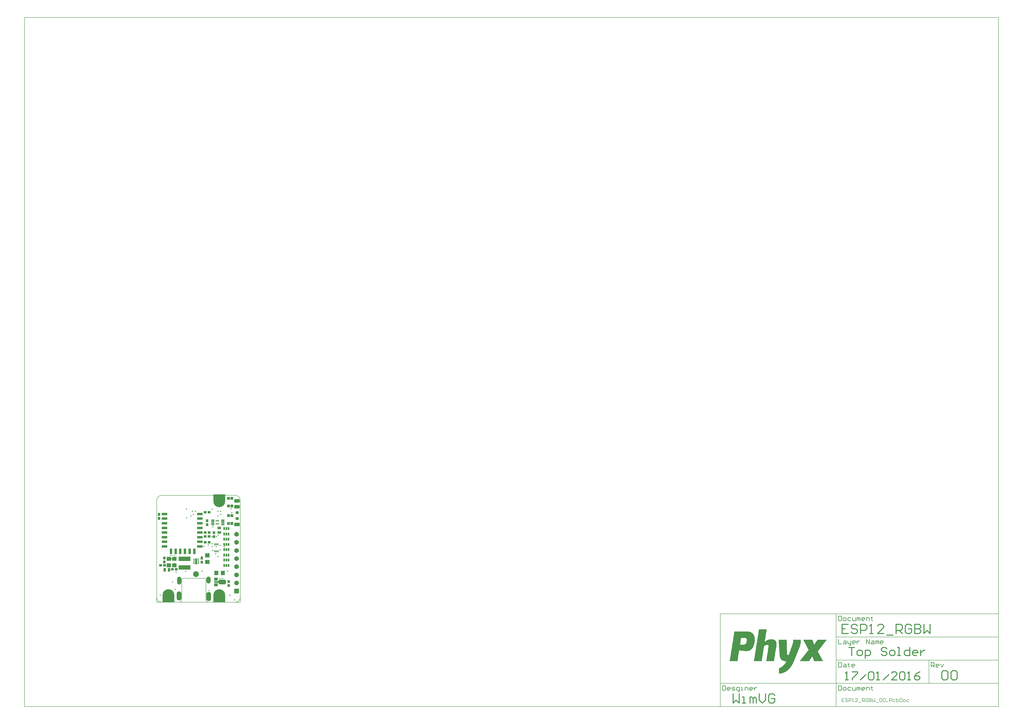
<source format=gts>
G04 Layer_Color=8388736*
%FSLAX25Y25*%
%MOIN*%
G70*
G01*
G75*
%ADD34C,0.00984*%
%ADD35C,0.01575*%
%ADD36C,0.00787*%
%ADD58R,0.20079X0.11811*%
%ADD59R,0.04724X0.04331*%
%ADD60R,0.04331X0.04724*%
%ADD61R,0.01575X0.02756*%
%ADD62R,0.03937X0.06299*%
%ADD63R,0.09252X0.04331*%
%ADD64R,0.04331X0.09252*%
%ADD65R,0.20079X0.07480*%
%ADD66R,0.03701X0.09843*%
%ADD67R,0.02362X0.01378*%
%ADD68R,0.02756X0.04921*%
%ADD69R,0.05906X0.02756*%
%ADD70R,0.07480X0.02756*%
G04:AMPARAMS|DCode=71|XSize=78.74mil|YSize=129.92mil|CornerRadius=0mil|HoleSize=0mil|Usage=FLASHONLY|Rotation=90.000|XOffset=0mil|YOffset=0mil|HoleType=Round|Shape=Octagon|*
%AMOCTAGOND71*
4,1,8,-0.06496,-0.01969,-0.06496,0.01969,-0.04528,0.03937,0.04528,0.03937,0.06496,0.01969,0.06496,-0.01969,0.04528,-0.03937,-0.04528,-0.03937,-0.06496,-0.01969,0.0*
%
%ADD71OCTAGOND71*%

%ADD72R,0.06299X0.03150*%
%ADD73R,0.01772X0.03740*%
%ADD74R,0.05709X0.01969*%
%ADD75R,0.06299X0.03937*%
%ADD76R,0.07480X0.06693*%
%ADD77R,0.06693X0.07480*%
%ADD78R,0.04528X0.04921*%
G04:AMPARAMS|DCode=79|XSize=94.49mil|YSize=62.99mil|CornerRadius=16.73mil|HoleSize=0mil|Usage=FLASHONLY|Rotation=180.000|XOffset=0mil|YOffset=0mil|HoleType=Round|Shape=RoundedRectangle|*
%AMROUNDEDRECTD79*
21,1,0.09449,0.02953,0,0,180.0*
21,1,0.06102,0.06299,0,0,180.0*
1,1,0.03347,-0.03051,0.01476*
1,1,0.03347,0.03051,0.01476*
1,1,0.03347,0.03051,-0.01476*
1,1,0.03347,-0.03051,-0.01476*
%
%ADD79ROUNDEDRECTD79*%
%ADD80C,0.07874*%
%ADD81R,0.07874X0.07874*%
%ADD82O,0.08268X0.15354*%
%ADD83C,0.09843*%
%ADD84O,0.07087X0.13386*%
%ADD85O,0.07087X0.11811*%
%ADD86C,0.20079*%
%ADD87R,0.06299X0.06299*%
%ADD88C,0.05512*%
%ADD89C,0.06299*%
%ADD90C,0.01969*%
G36*
X1093521Y-64032D02*
Y-64318D01*
Y-64605D01*
Y-64891D01*
Y-65177D01*
Y-65464D01*
Y-65750D01*
Y-66036D01*
Y-66322D01*
Y-66609D01*
Y-66895D01*
Y-67181D01*
Y-67468D01*
Y-67754D01*
Y-68040D01*
Y-68327D01*
Y-68613D01*
Y-68899D01*
Y-69186D01*
Y-69472D01*
Y-69758D01*
X1093234D01*
Y-70044D01*
Y-70331D01*
Y-70617D01*
Y-70903D01*
Y-71190D01*
X1092948D01*
Y-71476D01*
Y-71762D01*
Y-72049D01*
Y-72335D01*
X1092662D01*
Y-72621D01*
Y-72908D01*
Y-73194D01*
Y-73480D01*
X1092375D01*
Y-73767D01*
Y-74053D01*
Y-74339D01*
X1092089D01*
Y-74625D01*
Y-74912D01*
Y-75198D01*
X1091803D01*
Y-75485D01*
Y-75771D01*
Y-76057D01*
X1091516D01*
Y-76343D01*
Y-76630D01*
Y-76916D01*
X1091230D01*
Y-77202D01*
Y-77489D01*
X1090944D01*
Y-77775D01*
Y-78061D01*
X1090657D01*
Y-78348D01*
Y-78634D01*
Y-78920D01*
X1090371D01*
Y-79207D01*
Y-79493D01*
X1090085D01*
Y-79779D01*
Y-80066D01*
Y-80352D01*
X1089799D01*
Y-80638D01*
Y-80924D01*
X1089512D01*
Y-81211D01*
Y-81497D01*
Y-81783D01*
X1089226D01*
Y-82070D01*
Y-82356D01*
X1088939D01*
Y-82642D01*
Y-82929D01*
Y-83215D01*
X1088653D01*
Y-83501D01*
Y-83788D01*
X1088367D01*
Y-84074D01*
Y-84360D01*
Y-84646D01*
X1088081D01*
Y-84933D01*
Y-85219D01*
X1087794D01*
Y-85505D01*
Y-85792D01*
Y-86078D01*
X1087508D01*
Y-86364D01*
Y-86651D01*
X1087222D01*
Y-86937D01*
Y-87223D01*
Y-87510D01*
X1086935D01*
Y-87796D01*
Y-88082D01*
X1086649D01*
Y-88369D01*
Y-88655D01*
Y-88941D01*
X1086363D01*
Y-89227D01*
Y-89514D01*
X1086076D01*
Y-89800D01*
Y-90086D01*
Y-90373D01*
X1085790D01*
Y-90659D01*
Y-90945D01*
X1085504D01*
Y-91232D01*
Y-91518D01*
Y-91804D01*
X1085217D01*
Y-92091D01*
Y-92377D01*
X1084931D01*
Y-92663D01*
Y-92950D01*
Y-93236D01*
X1084645D01*
Y-93522D01*
Y-93809D01*
X1084359D01*
Y-94095D01*
Y-94381D01*
Y-94667D01*
X1084072D01*
Y-94954D01*
Y-95240D01*
X1083786D01*
Y-95526D01*
Y-95813D01*
Y-96099D01*
X1083500D01*
Y-96385D01*
Y-96672D01*
X1083213D01*
Y-96958D01*
Y-97244D01*
Y-97531D01*
X1082927D01*
Y-97817D01*
Y-98103D01*
X1082641D01*
Y-98390D01*
Y-98676D01*
Y-98962D01*
X1082354D01*
Y-99248D01*
Y-99535D01*
X1082068D01*
Y-99821D01*
Y-100107D01*
Y-100394D01*
X1081782D01*
Y-100680D01*
Y-100966D01*
X1081495D01*
Y-101253D01*
Y-101539D01*
X1081209D01*
Y-101825D01*
Y-102112D01*
X1080923D01*
Y-102398D01*
Y-102684D01*
Y-102971D01*
X1080637D01*
Y-103257D01*
X1080350D01*
Y-103543D01*
Y-103829D01*
Y-104116D01*
X1080064D01*
Y-104402D01*
X1079778D01*
Y-104688D01*
Y-104975D01*
X1079491D01*
Y-105261D01*
Y-105547D01*
X1079205D01*
Y-105834D01*
Y-106120D01*
X1078919D01*
Y-106406D01*
Y-106693D01*
X1078632D01*
Y-106979D01*
X1078346D01*
Y-107265D01*
Y-107552D01*
X1078060D01*
Y-107838D01*
Y-108124D01*
X1077773D01*
Y-108410D01*
X1077487D01*
Y-108697D01*
X1077201D01*
Y-108983D01*
Y-109269D01*
X1076914D01*
Y-109556D01*
X1076628D01*
Y-109842D01*
Y-110128D01*
X1076342D01*
Y-110415D01*
X1076056D01*
Y-110701D01*
X1075769D01*
Y-110987D01*
Y-111274D01*
X1075483D01*
Y-111560D01*
X1075196D01*
Y-111846D01*
X1074910D01*
Y-112133D01*
X1074624D01*
Y-112419D01*
X1074338D01*
Y-112705D01*
Y-112991D01*
X1074051D01*
Y-113278D01*
X1073765D01*
Y-113564D01*
X1073479D01*
Y-113850D01*
X1073192D01*
Y-114137D01*
X1072906D01*
Y-114423D01*
X1072620D01*
Y-114709D01*
X1072333D01*
Y-114996D01*
X1071761D01*
Y-115282D01*
X1071474D01*
Y-115568D01*
X1071188D01*
Y-115855D01*
X1070902D01*
Y-116141D01*
X1070615D01*
Y-116427D01*
X1070043D01*
Y-116714D01*
X1069757D01*
Y-117000D01*
X1069184D01*
Y-117286D01*
X1068898D01*
Y-117572D01*
X1068325D01*
Y-117859D01*
X1068039D01*
Y-118145D01*
X1067466D01*
Y-118431D01*
X1066893D01*
Y-118718D01*
X1066321D01*
Y-119004D01*
X1065748D01*
Y-119290D01*
X1065176D01*
Y-119577D01*
X1064317D01*
Y-119863D01*
X1063744D01*
Y-120149D01*
X1062885D01*
Y-120436D01*
X1061740D01*
Y-120722D01*
X1060595D01*
Y-121008D01*
X1058877D01*
Y-121294D01*
X1056872D01*
Y-121581D01*
X1056586D01*
Y-121294D01*
Y-121008D01*
Y-120722D01*
Y-120436D01*
Y-120149D01*
Y-119863D01*
Y-119577D01*
Y-119290D01*
Y-119004D01*
Y-118718D01*
Y-118431D01*
Y-118145D01*
Y-117859D01*
Y-117572D01*
Y-117286D01*
Y-117000D01*
Y-116714D01*
Y-116427D01*
Y-116141D01*
Y-115855D01*
Y-115568D01*
Y-115282D01*
Y-114996D01*
Y-114709D01*
Y-114423D01*
Y-114137D01*
Y-113850D01*
Y-113564D01*
Y-113278D01*
Y-112991D01*
Y-112705D01*
Y-112419D01*
Y-112133D01*
X1057159D01*
Y-111846D01*
X1057731D01*
Y-111560D01*
X1058304D01*
Y-111274D01*
X1058877D01*
Y-110987D01*
X1059449D01*
Y-110701D01*
X1060022D01*
Y-110415D01*
X1060308D01*
Y-110128D01*
X1060881D01*
Y-109842D01*
X1061167D01*
Y-109556D01*
X1061740D01*
Y-109269D01*
X1062026D01*
Y-108983D01*
X1062312D01*
Y-108697D01*
X1062885D01*
Y-108410D01*
X1063171D01*
Y-108124D01*
X1063458D01*
Y-107838D01*
X1063744D01*
Y-107552D01*
X1064030D01*
Y-107265D01*
X1064317D01*
Y-106979D01*
X1064603D01*
Y-106693D01*
X1064889D01*
Y-106406D01*
X1065176D01*
Y-106120D01*
X1065462D01*
Y-105834D01*
X1065748D01*
Y-105547D01*
X1066035D01*
Y-105261D01*
Y-104975D01*
X1066321D01*
Y-104688D01*
X1066607D01*
Y-104402D01*
X1066893D01*
Y-104116D01*
Y-103829D01*
X1067180D01*
Y-103543D01*
X1067466D01*
Y-103257D01*
Y-102971D01*
X1067752D01*
Y-102684D01*
Y-102398D01*
X1068039D01*
Y-102112D01*
X1068325D01*
Y-101825D01*
Y-101539D01*
X1068611D01*
Y-101253D01*
Y-100966D01*
X1068898D01*
Y-100680D01*
Y-100394D01*
X1067180D01*
Y-100107D01*
X1065176D01*
Y-99821D01*
X1064030D01*
Y-99535D01*
X1063458D01*
Y-99248D01*
X1062599D01*
Y-98962D01*
X1062026D01*
Y-98676D01*
X1061740D01*
Y-98390D01*
X1061167D01*
Y-98103D01*
X1060881D01*
Y-97817D01*
X1060595D01*
Y-97531D01*
X1060308D01*
Y-97244D01*
X1060022D01*
Y-96958D01*
X1059736D01*
Y-96672D01*
Y-96385D01*
X1059449D01*
Y-96099D01*
X1059163D01*
Y-95813D01*
Y-95526D01*
X1058877D01*
Y-95240D01*
Y-94954D01*
X1058590D01*
Y-94667D01*
Y-94381D01*
X1058304D01*
Y-94095D01*
Y-93809D01*
Y-93522D01*
X1058018D01*
Y-93236D01*
Y-92950D01*
Y-92663D01*
Y-92377D01*
X1057731D01*
Y-92091D01*
Y-91804D01*
Y-91518D01*
Y-91232D01*
Y-90945D01*
Y-90659D01*
Y-90373D01*
X1057445D01*
Y-90086D01*
Y-89800D01*
Y-89514D01*
Y-89227D01*
Y-88941D01*
Y-88655D01*
Y-88369D01*
Y-88082D01*
Y-87796D01*
Y-87510D01*
Y-87223D01*
Y-86937D01*
Y-86651D01*
Y-86364D01*
Y-86078D01*
X1057159D01*
Y-85792D01*
Y-85505D01*
Y-85219D01*
Y-84933D01*
Y-84646D01*
Y-84360D01*
Y-84074D01*
Y-83788D01*
Y-83501D01*
Y-83215D01*
Y-82929D01*
Y-82642D01*
Y-82356D01*
Y-82070D01*
Y-81783D01*
X1056872D01*
Y-81497D01*
Y-81211D01*
Y-80924D01*
Y-80638D01*
Y-80352D01*
Y-80066D01*
Y-79779D01*
Y-79493D01*
Y-79207D01*
Y-78920D01*
Y-78634D01*
Y-78348D01*
Y-78061D01*
Y-77775D01*
Y-77489D01*
Y-77202D01*
X1056586D01*
Y-76916D01*
Y-76630D01*
Y-76343D01*
Y-76057D01*
Y-75771D01*
Y-75485D01*
Y-75198D01*
Y-74912D01*
Y-74625D01*
Y-74339D01*
Y-74053D01*
Y-73767D01*
Y-73480D01*
Y-73194D01*
Y-72908D01*
Y-72621D01*
X1056300D01*
Y-72335D01*
Y-72049D01*
Y-71762D01*
Y-71476D01*
Y-71190D01*
Y-70903D01*
Y-70617D01*
Y-70331D01*
Y-70044D01*
Y-69758D01*
Y-69472D01*
Y-69186D01*
Y-68899D01*
Y-68613D01*
X1056014D01*
Y-68327D01*
Y-68040D01*
Y-67754D01*
Y-67468D01*
Y-67181D01*
Y-66895D01*
Y-66609D01*
Y-66322D01*
Y-66036D01*
Y-65750D01*
Y-65464D01*
Y-65177D01*
Y-64891D01*
Y-64605D01*
Y-64318D01*
Y-64032D01*
X1055727D01*
Y-63746D01*
X1069470D01*
Y-64032D01*
Y-64318D01*
Y-64605D01*
Y-64891D01*
Y-65177D01*
Y-65464D01*
Y-65750D01*
Y-66036D01*
Y-66322D01*
Y-66609D01*
Y-66895D01*
Y-67181D01*
Y-67468D01*
Y-67754D01*
X1069757D01*
Y-68040D01*
Y-68327D01*
Y-68613D01*
Y-68899D01*
Y-69186D01*
Y-69472D01*
Y-69758D01*
Y-70044D01*
Y-70331D01*
Y-70617D01*
Y-70903D01*
Y-71190D01*
Y-71476D01*
Y-71762D01*
Y-72049D01*
Y-72335D01*
Y-72621D01*
Y-72908D01*
Y-73194D01*
Y-73480D01*
Y-73767D01*
Y-74053D01*
Y-74339D01*
Y-74625D01*
Y-74912D01*
Y-75198D01*
Y-75485D01*
Y-75771D01*
Y-76057D01*
Y-76343D01*
Y-76630D01*
Y-76916D01*
Y-77202D01*
Y-77489D01*
Y-77775D01*
Y-78061D01*
Y-78348D01*
Y-78634D01*
Y-78920D01*
Y-79207D01*
Y-79493D01*
X1070043D01*
Y-79779D01*
X1069757D01*
Y-80066D01*
Y-80352D01*
X1070043D01*
Y-80638D01*
Y-80924D01*
Y-81211D01*
Y-81497D01*
Y-81783D01*
Y-82070D01*
Y-82356D01*
Y-82642D01*
Y-82929D01*
Y-83215D01*
Y-83501D01*
Y-83788D01*
Y-84074D01*
Y-84360D01*
Y-84646D01*
Y-84933D01*
Y-85219D01*
Y-85505D01*
Y-85792D01*
Y-86078D01*
Y-86364D01*
Y-86651D01*
Y-86937D01*
Y-87223D01*
Y-87510D01*
Y-87796D01*
X1070329D01*
Y-88082D01*
Y-88369D01*
Y-88655D01*
X1070615D01*
Y-88941D01*
X1070902D01*
Y-89227D01*
X1071188D01*
Y-89514D01*
X1072047D01*
Y-89800D01*
X1072906D01*
Y-89514D01*
X1073192D01*
Y-89227D01*
Y-88941D01*
Y-88655D01*
X1073479D01*
Y-88369D01*
Y-88082D01*
X1073765D01*
Y-87796D01*
Y-87510D01*
Y-87223D01*
X1074051D01*
Y-86937D01*
Y-86651D01*
Y-86364D01*
X1074338D01*
Y-86078D01*
Y-85792D01*
Y-85505D01*
X1074624D01*
Y-85219D01*
Y-84933D01*
Y-84646D01*
X1074910D01*
Y-84360D01*
Y-84074D01*
X1075196D01*
Y-83788D01*
Y-83501D01*
Y-83215D01*
X1075483D01*
Y-82929D01*
Y-82642D01*
Y-82356D01*
X1075769D01*
Y-82070D01*
Y-81783D01*
Y-81497D01*
X1076056D01*
Y-81211D01*
Y-80924D01*
X1076342D01*
Y-80638D01*
Y-80352D01*
Y-80066D01*
X1076628D01*
Y-79779D01*
Y-79493D01*
Y-79207D01*
X1076914D01*
Y-78920D01*
Y-78634D01*
Y-78348D01*
X1077201D01*
Y-78061D01*
Y-77775D01*
X1077487D01*
Y-77489D01*
Y-77202D01*
Y-76916D01*
X1077773D01*
Y-76630D01*
Y-76343D01*
Y-76057D01*
X1078060D01*
Y-75771D01*
Y-75485D01*
Y-75198D01*
X1078346D01*
Y-74912D01*
Y-74625D01*
X1078632D01*
Y-74339D01*
Y-74053D01*
Y-73767D01*
X1078919D01*
Y-73480D01*
Y-73194D01*
Y-72908D01*
X1079205D01*
Y-72621D01*
Y-72335D01*
Y-72049D01*
X1079491D01*
Y-71762D01*
Y-71476D01*
Y-71190D01*
Y-70903D01*
X1079778D01*
Y-70617D01*
Y-70331D01*
Y-70044D01*
Y-69758D01*
X1080064D01*
Y-69472D01*
Y-69186D01*
Y-68899D01*
Y-68613D01*
Y-68327D01*
X1080350D01*
Y-68040D01*
Y-67754D01*
Y-67468D01*
Y-67181D01*
Y-66895D01*
Y-66609D01*
X1080637D01*
Y-66322D01*
Y-66036D01*
Y-65750D01*
Y-65464D01*
Y-65177D01*
Y-64891D01*
Y-64605D01*
Y-64318D01*
Y-64032D01*
Y-63746D01*
X1093521D01*
Y-64032D01*
D02*
G37*
G36*
X1035685Y-46567D02*
Y-46853D01*
X1035399D01*
Y-47139D01*
Y-47426D01*
Y-47712D01*
Y-47998D01*
Y-48285D01*
Y-48571D01*
X1035113D01*
Y-48857D01*
Y-49144D01*
Y-49430D01*
Y-49716D01*
Y-50003D01*
Y-50289D01*
X1034826D01*
Y-50575D01*
Y-50862D01*
Y-51148D01*
Y-51434D01*
Y-51720D01*
Y-52007D01*
Y-52293D01*
X1034540D01*
Y-52579D01*
Y-52866D01*
Y-53152D01*
Y-53438D01*
Y-53725D01*
Y-54011D01*
X1034254D01*
Y-54297D01*
Y-54584D01*
Y-54870D01*
Y-55156D01*
Y-55443D01*
Y-55729D01*
X1033967D01*
Y-56015D01*
Y-56301D01*
Y-56588D01*
Y-56874D01*
Y-57161D01*
Y-57447D01*
Y-57733D01*
X1033681D01*
Y-58019D01*
Y-58306D01*
Y-58592D01*
Y-58878D01*
Y-59165D01*
Y-59451D01*
X1033395D01*
Y-59737D01*
Y-60024D01*
Y-60310D01*
Y-60596D01*
Y-60883D01*
Y-61169D01*
X1033109D01*
Y-61455D01*
Y-61742D01*
Y-62028D01*
Y-62314D01*
Y-62600D01*
Y-62887D01*
X1032822D01*
Y-63173D01*
Y-63459D01*
Y-63746D01*
Y-64032D01*
Y-64318D01*
Y-64605D01*
Y-64891D01*
X1032536D01*
Y-65177D01*
Y-65464D01*
Y-65750D01*
Y-66036D01*
Y-66322D01*
Y-66609D01*
X1032250D01*
Y-66895D01*
Y-67181D01*
X1032822D01*
Y-66895D01*
X1033109D01*
Y-66609D01*
X1033395D01*
Y-66322D01*
X1033967D01*
Y-66036D01*
X1034254D01*
Y-65750D01*
X1034540D01*
Y-65464D01*
X1035113D01*
Y-65177D01*
X1035685D01*
Y-64891D01*
X1035972D01*
Y-64605D01*
X1036544D01*
Y-64318D01*
X1037403D01*
Y-64032D01*
X1037976D01*
Y-63746D01*
X1038835D01*
Y-63459D01*
X1040266D01*
Y-63173D01*
X1046565D01*
Y-63459D01*
X1047711D01*
Y-63746D01*
X1048569D01*
Y-64032D01*
X1049142D01*
Y-64318D01*
X1049428D01*
Y-64605D01*
X1050001D01*
Y-64891D01*
X1050287D01*
Y-65177D01*
X1050574D01*
Y-65464D01*
X1050860D01*
Y-65750D01*
X1051146D01*
Y-66036D01*
Y-66322D01*
X1051433D01*
Y-66609D01*
Y-66895D01*
X1051719D01*
Y-67181D01*
Y-67468D01*
Y-67754D01*
X1052005D01*
Y-68040D01*
Y-68327D01*
Y-68613D01*
Y-68899D01*
X1052291D01*
Y-69186D01*
Y-69472D01*
Y-69758D01*
Y-70044D01*
Y-70331D01*
Y-70617D01*
Y-70903D01*
Y-71190D01*
Y-71476D01*
Y-71762D01*
Y-72049D01*
Y-72335D01*
Y-72621D01*
Y-72908D01*
Y-73194D01*
Y-73480D01*
Y-73767D01*
Y-74053D01*
X1052005D01*
Y-74339D01*
Y-74625D01*
Y-74912D01*
Y-75198D01*
Y-75485D01*
Y-75771D01*
Y-76057D01*
X1051719D01*
Y-76343D01*
Y-76630D01*
Y-76916D01*
Y-77202D01*
Y-77489D01*
Y-77775D01*
Y-78061D01*
X1051433D01*
Y-78348D01*
Y-78634D01*
Y-78920D01*
Y-79207D01*
Y-79493D01*
Y-79779D01*
X1051146D01*
Y-80066D01*
Y-80352D01*
Y-80638D01*
Y-80924D01*
Y-81211D01*
Y-81497D01*
X1050860D01*
Y-81783D01*
Y-82070D01*
Y-82356D01*
Y-82642D01*
Y-82929D01*
Y-83215D01*
X1050574D01*
Y-83501D01*
Y-83788D01*
Y-84074D01*
Y-84360D01*
Y-84646D01*
Y-84933D01*
Y-85219D01*
X1050287D01*
Y-85505D01*
Y-85792D01*
Y-86078D01*
Y-86364D01*
Y-86651D01*
Y-86937D01*
X1050001D01*
Y-87223D01*
Y-87510D01*
Y-87796D01*
Y-88082D01*
Y-88369D01*
Y-88655D01*
X1049715D01*
Y-88941D01*
Y-89227D01*
Y-89514D01*
Y-89800D01*
Y-90086D01*
Y-90373D01*
Y-90659D01*
X1049428D01*
Y-90945D01*
Y-91232D01*
Y-91518D01*
Y-91804D01*
Y-92091D01*
Y-92377D01*
X1049142D01*
Y-92663D01*
Y-92950D01*
Y-93236D01*
Y-93522D01*
Y-93809D01*
Y-94095D01*
X1048856D01*
Y-94381D01*
Y-94667D01*
Y-94954D01*
Y-95240D01*
Y-95526D01*
Y-95813D01*
X1048569D01*
Y-96099D01*
Y-96385D01*
Y-96672D01*
Y-96958D01*
Y-97244D01*
Y-97531D01*
Y-97817D01*
X1048283D01*
Y-98103D01*
Y-98390D01*
Y-98676D01*
Y-98962D01*
Y-99248D01*
Y-99535D01*
X1047997D01*
Y-99821D01*
Y-100107D01*
X1034826D01*
Y-99821D01*
Y-99535D01*
X1035113D01*
Y-99248D01*
Y-98962D01*
Y-98676D01*
Y-98390D01*
Y-98103D01*
Y-97817D01*
X1035399D01*
Y-97531D01*
Y-97244D01*
Y-96958D01*
Y-96672D01*
Y-96385D01*
Y-96099D01*
Y-95813D01*
X1035685D01*
Y-95526D01*
Y-95240D01*
Y-94954D01*
Y-94667D01*
Y-94381D01*
Y-94095D01*
X1035972D01*
Y-93809D01*
Y-93522D01*
Y-93236D01*
Y-92950D01*
Y-92663D01*
Y-92377D01*
X1036258D01*
Y-92091D01*
Y-91804D01*
Y-91518D01*
Y-91232D01*
Y-90945D01*
Y-90659D01*
Y-90373D01*
X1036544D01*
Y-90086D01*
Y-89800D01*
Y-89514D01*
Y-89227D01*
Y-88941D01*
Y-88655D01*
X1036831D01*
Y-88369D01*
Y-88082D01*
Y-87796D01*
Y-87510D01*
Y-87223D01*
Y-86937D01*
Y-86651D01*
X1037117D01*
Y-86364D01*
Y-86078D01*
Y-85792D01*
Y-85505D01*
Y-85219D01*
Y-84933D01*
X1037403D01*
Y-84646D01*
Y-84360D01*
Y-84074D01*
Y-83788D01*
Y-83501D01*
Y-83215D01*
X1037689D01*
Y-82929D01*
Y-82642D01*
Y-82356D01*
Y-82070D01*
Y-81783D01*
Y-81497D01*
X1037976D01*
Y-81211D01*
Y-80924D01*
Y-80638D01*
Y-80352D01*
Y-80066D01*
Y-79779D01*
Y-79493D01*
X1038262D01*
Y-79207D01*
Y-78920D01*
Y-78634D01*
Y-78348D01*
Y-78061D01*
Y-77775D01*
X1038548D01*
Y-77489D01*
Y-77202D01*
Y-76916D01*
Y-76630D01*
Y-76343D01*
Y-76057D01*
Y-75771D01*
X1038835D01*
Y-75485D01*
Y-75198D01*
Y-74912D01*
Y-74625D01*
Y-74339D01*
Y-74053D01*
X1038548D01*
Y-73767D01*
Y-73480D01*
X1038262D01*
Y-73194D01*
X1037976D01*
Y-72908D01*
X1037403D01*
Y-72621D01*
X1035685D01*
Y-72908D01*
X1034254D01*
Y-73194D01*
X1033395D01*
Y-73480D01*
X1032822D01*
Y-73767D01*
X1032536D01*
Y-74053D01*
X1031963D01*
Y-74339D01*
X1031677D01*
Y-74625D01*
X1031391D01*
Y-74912D01*
Y-75198D01*
X1031104D01*
Y-75485D01*
Y-75771D01*
Y-76057D01*
X1030818D01*
Y-76343D01*
Y-76630D01*
Y-76916D01*
Y-77202D01*
Y-77489D01*
Y-77775D01*
X1030532D01*
Y-78061D01*
Y-78348D01*
Y-78634D01*
Y-78920D01*
Y-79207D01*
Y-79493D01*
Y-79779D01*
X1030245D01*
Y-80066D01*
Y-80352D01*
Y-80638D01*
Y-80924D01*
Y-81211D01*
Y-81497D01*
X1029959D01*
Y-81783D01*
Y-82070D01*
Y-82356D01*
Y-82642D01*
Y-82929D01*
Y-83215D01*
X1029673D01*
Y-83501D01*
Y-83788D01*
Y-84074D01*
Y-84360D01*
Y-84646D01*
Y-84933D01*
X1029387D01*
Y-85219D01*
Y-85505D01*
Y-85792D01*
Y-86078D01*
Y-86364D01*
Y-86651D01*
Y-86937D01*
X1029100D01*
Y-87223D01*
Y-87510D01*
Y-87796D01*
Y-88082D01*
Y-88369D01*
Y-88655D01*
X1028814D01*
Y-88941D01*
Y-89227D01*
Y-89514D01*
Y-89800D01*
Y-90086D01*
Y-90373D01*
X1028528D01*
Y-90659D01*
Y-90945D01*
Y-91232D01*
Y-91518D01*
Y-91804D01*
Y-92091D01*
Y-92377D01*
X1028241D01*
Y-92663D01*
Y-92950D01*
Y-93236D01*
Y-93522D01*
Y-93809D01*
Y-94095D01*
X1027955D01*
Y-94381D01*
Y-94667D01*
Y-94954D01*
Y-95240D01*
Y-95526D01*
Y-95813D01*
X1027669D01*
Y-96099D01*
Y-96385D01*
Y-96672D01*
Y-96958D01*
Y-97244D01*
Y-97531D01*
X1027382D01*
Y-97817D01*
Y-98103D01*
Y-98390D01*
Y-98676D01*
Y-98962D01*
Y-99248D01*
Y-99535D01*
X1027096D01*
Y-99821D01*
Y-100107D01*
X1013926D01*
Y-99821D01*
Y-99535D01*
X1014212D01*
Y-99248D01*
Y-98962D01*
Y-98676D01*
Y-98390D01*
Y-98103D01*
Y-97817D01*
Y-97531D01*
X1014498D01*
Y-97244D01*
Y-96958D01*
Y-96672D01*
Y-96385D01*
Y-96099D01*
Y-95813D01*
X1014785D01*
Y-95526D01*
Y-95240D01*
Y-94954D01*
Y-94667D01*
Y-94381D01*
Y-94095D01*
X1015071D01*
Y-93809D01*
Y-93522D01*
Y-93236D01*
Y-92950D01*
Y-92663D01*
Y-92377D01*
Y-92091D01*
X1015357D01*
Y-91804D01*
Y-91518D01*
Y-91232D01*
Y-90945D01*
Y-90659D01*
Y-90373D01*
X1015643D01*
Y-90086D01*
Y-89800D01*
Y-89514D01*
Y-89227D01*
Y-88941D01*
Y-88655D01*
X1015930D01*
Y-88369D01*
Y-88082D01*
Y-87796D01*
Y-87510D01*
Y-87223D01*
Y-86937D01*
X1016216D01*
Y-86651D01*
Y-86364D01*
Y-86078D01*
Y-85792D01*
Y-85505D01*
Y-85219D01*
Y-84933D01*
X1016502D01*
Y-84646D01*
Y-84360D01*
Y-84074D01*
Y-83788D01*
Y-83501D01*
Y-83215D01*
X1016789D01*
Y-82929D01*
Y-82642D01*
Y-82356D01*
Y-82070D01*
Y-81783D01*
Y-81497D01*
X1017075D01*
Y-81211D01*
Y-80924D01*
Y-80638D01*
Y-80352D01*
Y-80066D01*
Y-79779D01*
Y-79493D01*
X1017361D01*
Y-79207D01*
Y-78920D01*
Y-78634D01*
Y-78348D01*
Y-78061D01*
Y-77775D01*
X1017648D01*
Y-77489D01*
Y-77202D01*
Y-76916D01*
Y-76630D01*
Y-76343D01*
Y-76057D01*
X1017934D01*
Y-75771D01*
Y-75485D01*
Y-75198D01*
Y-74912D01*
Y-74625D01*
Y-74339D01*
X1018220D01*
Y-74053D01*
Y-73767D01*
Y-73480D01*
Y-73194D01*
Y-72908D01*
Y-72621D01*
Y-72335D01*
X1018507D01*
Y-72049D01*
Y-71762D01*
Y-71476D01*
Y-71190D01*
Y-70903D01*
Y-70617D01*
X1018793D01*
Y-70331D01*
Y-70044D01*
Y-69758D01*
Y-69472D01*
Y-69186D01*
Y-68899D01*
X1019079D01*
Y-68613D01*
Y-68327D01*
Y-68040D01*
Y-67754D01*
Y-67468D01*
Y-67181D01*
X1019366D01*
Y-66895D01*
Y-66609D01*
Y-66322D01*
Y-66036D01*
Y-65750D01*
Y-65464D01*
Y-65177D01*
X1019652D01*
Y-64891D01*
Y-64605D01*
Y-64318D01*
Y-64032D01*
Y-63746D01*
Y-63459D01*
X1019938D01*
Y-63173D01*
Y-62887D01*
Y-62600D01*
Y-62314D01*
Y-62028D01*
Y-61742D01*
X1020224D01*
Y-61455D01*
Y-61169D01*
Y-60883D01*
Y-60596D01*
Y-60310D01*
Y-60024D01*
Y-59737D01*
X1020511D01*
Y-59451D01*
Y-59165D01*
Y-58878D01*
Y-58592D01*
Y-58306D01*
Y-58019D01*
X1020797D01*
Y-57733D01*
Y-57447D01*
Y-57161D01*
Y-56874D01*
Y-56588D01*
Y-56301D01*
X1021083D01*
Y-56015D01*
Y-55729D01*
Y-55443D01*
Y-55156D01*
Y-54870D01*
Y-54584D01*
X1021370D01*
Y-54297D01*
Y-54011D01*
Y-53725D01*
Y-53438D01*
Y-53152D01*
Y-52866D01*
Y-52579D01*
X1021656D01*
Y-52293D01*
Y-52007D01*
Y-51720D01*
Y-51434D01*
Y-51148D01*
Y-50862D01*
X1021942D01*
Y-50575D01*
Y-50289D01*
Y-50003D01*
Y-49716D01*
Y-49430D01*
Y-49144D01*
X1022229D01*
Y-48857D01*
Y-48571D01*
Y-48285D01*
Y-47998D01*
Y-47712D01*
Y-47426D01*
Y-47139D01*
X1022515D01*
Y-46853D01*
Y-46567D01*
Y-46281D01*
X1035685D01*
Y-46567D01*
D02*
G37*
G36*
X1004477Y-50003D02*
X1006195D01*
Y-50289D01*
X1007054D01*
Y-50575D01*
X1007913D01*
Y-50862D01*
X1008772D01*
Y-51148D01*
X1009345D01*
Y-51434D01*
X1009631D01*
Y-51720D01*
X1010203D01*
Y-52007D01*
X1010490D01*
Y-52293D01*
X1011062D01*
Y-52579D01*
X1011349D01*
Y-52866D01*
X1011635D01*
Y-53152D01*
X1011921D01*
Y-53438D01*
X1012208D01*
Y-53725D01*
X1012494D01*
Y-54011D01*
X1012780D01*
Y-54297D01*
Y-54584D01*
X1013067D01*
Y-54870D01*
X1013353D01*
Y-55156D01*
Y-55443D01*
X1013639D01*
Y-55729D01*
X1013926D01*
Y-56015D01*
Y-56301D01*
X1014212D01*
Y-56588D01*
Y-56874D01*
Y-57161D01*
X1014498D01*
Y-57447D01*
Y-57733D01*
Y-58019D01*
X1014785D01*
Y-58306D01*
Y-58592D01*
Y-58878D01*
Y-59165D01*
X1015071D01*
Y-59451D01*
Y-59737D01*
Y-60024D01*
Y-60310D01*
Y-60596D01*
X1015357D01*
Y-60883D01*
Y-61169D01*
Y-61455D01*
Y-61742D01*
Y-62028D01*
Y-62314D01*
Y-62600D01*
Y-62887D01*
Y-63173D01*
Y-63459D01*
Y-63746D01*
Y-64032D01*
Y-64318D01*
Y-64605D01*
Y-64891D01*
Y-65177D01*
Y-65464D01*
Y-65750D01*
Y-66036D01*
Y-66322D01*
X1015071D01*
Y-66609D01*
Y-66895D01*
Y-67181D01*
Y-67468D01*
Y-67754D01*
Y-68040D01*
Y-68327D01*
X1014785D01*
Y-68613D01*
Y-68899D01*
Y-69186D01*
Y-69472D01*
Y-69758D01*
X1014498D01*
Y-70044D01*
Y-70331D01*
Y-70617D01*
Y-70903D01*
Y-71190D01*
X1014212D01*
Y-71476D01*
Y-71762D01*
Y-72049D01*
X1013926D01*
Y-72335D01*
Y-72621D01*
Y-72908D01*
Y-73194D01*
X1013639D01*
Y-73480D01*
Y-73767D01*
Y-74053D01*
X1013353D01*
Y-74339D01*
Y-74625D01*
X1013067D01*
Y-74912D01*
Y-75198D01*
Y-75485D01*
X1012780D01*
Y-75771D01*
Y-76057D01*
X1012494D01*
Y-76343D01*
Y-76630D01*
X1012208D01*
Y-76916D01*
Y-77202D01*
X1011921D01*
Y-77489D01*
X1011635D01*
Y-77775D01*
Y-78061D01*
X1011349D01*
Y-78348D01*
X1011062D01*
Y-78634D01*
X1010776D01*
Y-78920D01*
Y-79207D01*
X1010490D01*
Y-79493D01*
X1010203D01*
Y-79779D01*
X1009917D01*
Y-80066D01*
X1009631D01*
Y-80352D01*
X1009345D01*
Y-80638D01*
X1008772D01*
Y-80924D01*
X1008486D01*
Y-81211D01*
X1007913D01*
Y-81497D01*
X1007627D01*
Y-81783D01*
X1007054D01*
Y-82070D01*
X1006195D01*
Y-82356D01*
X1005336D01*
Y-82642D01*
X1004477D01*
Y-82929D01*
X1002759D01*
Y-83215D01*
X997606D01*
Y-82929D01*
X995029D01*
Y-82642D01*
X993025D01*
Y-82356D01*
X991593D01*
Y-82070D01*
X990162D01*
Y-81783D01*
X988730D01*
Y-82070D01*
Y-82356D01*
Y-82642D01*
Y-82929D01*
Y-83215D01*
Y-83501D01*
Y-83788D01*
X988444D01*
Y-84074D01*
Y-84360D01*
Y-84646D01*
Y-84933D01*
Y-85219D01*
Y-85505D01*
X988157D01*
Y-85792D01*
Y-86078D01*
Y-86364D01*
Y-86651D01*
Y-86937D01*
Y-87223D01*
X987871D01*
Y-87510D01*
Y-87796D01*
Y-88082D01*
Y-88369D01*
Y-88655D01*
Y-88941D01*
Y-89227D01*
X987585D01*
Y-89514D01*
Y-89800D01*
Y-90086D01*
Y-90373D01*
Y-90659D01*
Y-90945D01*
X987298D01*
Y-91232D01*
Y-91518D01*
Y-91804D01*
Y-92091D01*
Y-92377D01*
Y-92663D01*
X987012D01*
Y-92950D01*
Y-93236D01*
Y-93522D01*
Y-93809D01*
Y-94095D01*
Y-94381D01*
Y-94667D01*
X986726D01*
Y-94954D01*
Y-95240D01*
Y-95526D01*
Y-95813D01*
Y-96099D01*
Y-96385D01*
X986440D01*
Y-96672D01*
Y-96958D01*
Y-97244D01*
Y-97531D01*
Y-97817D01*
Y-98103D01*
X986153D01*
Y-98390D01*
Y-98676D01*
Y-98962D01*
Y-99248D01*
Y-99535D01*
Y-99821D01*
Y-100107D01*
X972696D01*
Y-99821D01*
X972983D01*
Y-99535D01*
Y-99248D01*
Y-98962D01*
Y-98676D01*
Y-98390D01*
X973269D01*
Y-98103D01*
Y-97817D01*
Y-97531D01*
Y-97244D01*
Y-96958D01*
Y-96672D01*
Y-96385D01*
X973555D01*
Y-96099D01*
Y-95813D01*
Y-95526D01*
Y-95240D01*
Y-94954D01*
Y-94667D01*
X973842D01*
Y-94381D01*
Y-94095D01*
Y-93809D01*
Y-93522D01*
Y-93236D01*
Y-92950D01*
X974128D01*
Y-92663D01*
Y-92377D01*
Y-92091D01*
Y-91804D01*
Y-91518D01*
Y-91232D01*
Y-90945D01*
X974414D01*
Y-90659D01*
Y-90373D01*
Y-90086D01*
Y-89800D01*
Y-89514D01*
Y-89227D01*
X974701D01*
Y-88941D01*
Y-88655D01*
Y-88369D01*
Y-88082D01*
Y-87796D01*
Y-87510D01*
X974987D01*
Y-87223D01*
Y-86937D01*
Y-86651D01*
Y-86364D01*
Y-86078D01*
Y-85792D01*
X975273D01*
Y-85505D01*
Y-85219D01*
Y-84933D01*
Y-84646D01*
Y-84360D01*
Y-84074D01*
Y-83788D01*
X975560D01*
Y-83501D01*
Y-83215D01*
Y-82929D01*
Y-82642D01*
Y-82356D01*
Y-82070D01*
X975846D01*
Y-81783D01*
Y-81497D01*
Y-81211D01*
Y-80924D01*
Y-80638D01*
Y-80352D01*
X976132D01*
Y-80066D01*
Y-79779D01*
Y-79493D01*
Y-79207D01*
Y-78920D01*
Y-78634D01*
X976419D01*
Y-78348D01*
Y-78061D01*
Y-77775D01*
Y-77489D01*
Y-77202D01*
Y-76916D01*
Y-76630D01*
X976705D01*
Y-76343D01*
Y-76057D01*
Y-75771D01*
Y-75485D01*
Y-75198D01*
Y-74912D01*
X976991D01*
Y-74625D01*
Y-74339D01*
Y-74053D01*
Y-73767D01*
Y-73480D01*
Y-73194D01*
X977277D01*
Y-72908D01*
Y-72621D01*
Y-72335D01*
Y-72049D01*
Y-71762D01*
Y-71476D01*
Y-71190D01*
X977564D01*
Y-70903D01*
Y-70617D01*
Y-70331D01*
Y-70044D01*
Y-69758D01*
Y-69472D01*
X977850D01*
Y-69186D01*
Y-68899D01*
Y-68613D01*
Y-68327D01*
Y-68040D01*
Y-67754D01*
X978137D01*
Y-67468D01*
Y-67181D01*
Y-66895D01*
Y-66609D01*
Y-66322D01*
Y-66036D01*
X978423D01*
Y-65750D01*
Y-65464D01*
Y-65177D01*
Y-64891D01*
Y-64605D01*
Y-64318D01*
Y-64032D01*
X978709D01*
Y-63746D01*
Y-63459D01*
Y-63173D01*
Y-62887D01*
Y-62600D01*
Y-62314D01*
X978995D01*
Y-62028D01*
Y-61742D01*
Y-61455D01*
Y-61169D01*
Y-60883D01*
Y-60596D01*
X979282D01*
Y-60310D01*
Y-60024D01*
Y-59737D01*
Y-59451D01*
Y-59165D01*
Y-58878D01*
Y-58592D01*
X979568D01*
Y-58306D01*
Y-58019D01*
Y-57733D01*
Y-57447D01*
Y-57161D01*
Y-56874D01*
X979854D01*
Y-56588D01*
Y-56301D01*
Y-56015D01*
Y-55729D01*
Y-55443D01*
Y-55156D01*
X980141D01*
Y-54870D01*
Y-54584D01*
Y-54297D01*
Y-54011D01*
Y-53725D01*
Y-53438D01*
Y-53152D01*
X980427D01*
Y-52866D01*
Y-52579D01*
Y-52293D01*
Y-52007D01*
Y-51720D01*
Y-51434D01*
X980713D01*
Y-51148D01*
Y-50862D01*
Y-50575D01*
Y-50289D01*
Y-50003D01*
Y-49716D01*
X1004477D01*
Y-50003D01*
D02*
G37*
G36*
X1137613Y-64032D02*
X1137326D01*
Y-64318D01*
X1137040D01*
Y-64605D01*
Y-64891D01*
X1136754D01*
Y-65177D01*
X1136467D01*
Y-65464D01*
X1136181D01*
Y-65750D01*
Y-66036D01*
X1135895D01*
Y-66322D01*
X1135608D01*
Y-66609D01*
X1135322D01*
Y-66895D01*
X1135036D01*
Y-67181D01*
Y-67468D01*
X1134750D01*
Y-67754D01*
X1134463D01*
Y-68040D01*
X1134177D01*
Y-68327D01*
Y-68613D01*
X1133891D01*
Y-68899D01*
X1133604D01*
Y-69186D01*
X1133318D01*
Y-69472D01*
X1133032D01*
Y-69758D01*
Y-70044D01*
X1132745D01*
Y-70331D01*
X1132459D01*
Y-70617D01*
X1132173D01*
Y-70903D01*
Y-71190D01*
X1131886D01*
Y-71476D01*
X1131600D01*
Y-71762D01*
X1131314D01*
Y-72049D01*
Y-72335D01*
X1131028D01*
Y-72621D01*
X1130741D01*
Y-72908D01*
X1130455D01*
Y-73194D01*
X1130169D01*
Y-73480D01*
Y-73767D01*
X1129882D01*
Y-74053D01*
X1129596D01*
Y-74339D01*
X1129310D01*
Y-74625D01*
Y-74912D01*
X1129023D01*
Y-75198D01*
X1128737D01*
Y-75485D01*
X1128451D01*
Y-75771D01*
Y-76057D01*
X1128164D01*
Y-76343D01*
X1127878D01*
Y-76630D01*
X1127592D01*
Y-76916D01*
X1127306D01*
Y-77202D01*
Y-77489D01*
X1127019D01*
Y-77775D01*
X1126733D01*
Y-78061D01*
X1126447D01*
Y-78348D01*
Y-78634D01*
X1126160D01*
Y-78920D01*
X1125874D01*
Y-79207D01*
X1125588D01*
Y-79493D01*
Y-79779D01*
X1125301D01*
Y-80066D01*
X1125015D01*
Y-80352D01*
X1124729D01*
Y-80638D01*
X1124442D01*
Y-80924D01*
Y-81211D01*
X1124156D01*
Y-81497D01*
X1123870D01*
Y-81783D01*
X1123583D01*
Y-82070D01*
Y-82356D01*
X1123297D01*
Y-82642D01*
X1123011D01*
Y-82929D01*
X1122725D01*
Y-83215D01*
X1122438D01*
Y-83501D01*
Y-83788D01*
X1122725D01*
Y-84074D01*
Y-84360D01*
X1123011D01*
Y-84646D01*
Y-84933D01*
X1123297D01*
Y-85219D01*
X1123583D01*
Y-85505D01*
Y-85792D01*
X1123870D01*
Y-86078D01*
Y-86364D01*
X1124156D01*
Y-86651D01*
Y-86937D01*
X1124442D01*
Y-87223D01*
Y-87510D01*
X1124729D01*
Y-87796D01*
Y-88082D01*
X1125015D01*
Y-88369D01*
Y-88655D01*
X1125301D01*
Y-88941D01*
Y-89227D01*
X1125588D01*
Y-89514D01*
Y-89800D01*
X1125874D01*
Y-90086D01*
X1126160D01*
Y-90373D01*
Y-90659D01*
X1126447D01*
Y-90945D01*
Y-91232D01*
X1126733D01*
Y-91518D01*
Y-91804D01*
X1127019D01*
Y-92091D01*
Y-92377D01*
X1127306D01*
Y-92663D01*
Y-92950D01*
X1127592D01*
Y-93236D01*
Y-93522D01*
X1127878D01*
Y-93809D01*
Y-94095D01*
X1128164D01*
Y-94381D01*
X1128451D01*
Y-94667D01*
Y-94954D01*
X1128737D01*
Y-95240D01*
Y-95526D01*
X1129023D01*
Y-95813D01*
Y-96099D01*
X1129310D01*
Y-96385D01*
Y-96672D01*
X1129596D01*
Y-96958D01*
Y-97244D01*
X1129882D01*
Y-97531D01*
Y-97817D01*
X1130169D01*
Y-98103D01*
Y-98390D01*
X1130455D01*
Y-98676D01*
X1130741D01*
Y-98962D01*
Y-99248D01*
X1131028D01*
Y-99535D01*
Y-99821D01*
X1131314D01*
Y-100107D01*
X1116139D01*
Y-99821D01*
X1115853D01*
Y-99535D01*
Y-99248D01*
Y-98962D01*
X1115567D01*
Y-98676D01*
Y-98390D01*
Y-98103D01*
X1115280D01*
Y-97817D01*
Y-97531D01*
X1114994D01*
Y-97244D01*
Y-96958D01*
Y-96672D01*
X1114708D01*
Y-96385D01*
Y-96099D01*
Y-95813D01*
X1114421D01*
Y-95526D01*
Y-95240D01*
X1114135D01*
Y-94954D01*
Y-94667D01*
Y-94381D01*
X1113849D01*
Y-94095D01*
Y-93809D01*
Y-93522D01*
X1113562D01*
Y-93236D01*
Y-92950D01*
Y-92663D01*
X1113276D01*
Y-92377D01*
X1112704D01*
Y-92663D01*
Y-92950D01*
X1112417D01*
Y-93236D01*
X1112131D01*
Y-93522D01*
Y-93809D01*
X1111845D01*
Y-94095D01*
X1111558D01*
Y-94381D01*
Y-94667D01*
X1111272D01*
Y-94954D01*
X1110986D01*
Y-95240D01*
Y-95526D01*
X1110699D01*
Y-95813D01*
X1110413D01*
Y-96099D01*
X1110127D01*
Y-96385D01*
Y-96672D01*
X1109840D01*
Y-96958D01*
X1109554D01*
Y-97244D01*
Y-97531D01*
X1109268D01*
Y-97817D01*
X1108981D01*
Y-98103D01*
Y-98390D01*
X1108695D01*
Y-98676D01*
X1108409D01*
Y-98962D01*
Y-99248D01*
X1108123D01*
Y-99535D01*
X1107836D01*
Y-99821D01*
Y-100107D01*
X1091803D01*
Y-99821D01*
X1092089D01*
Y-99535D01*
X1092375D01*
Y-99248D01*
X1092662D01*
Y-98962D01*
X1092948D01*
Y-98676D01*
Y-98390D01*
X1093234D01*
Y-98103D01*
X1093521D01*
Y-97817D01*
X1093807D01*
Y-97531D01*
X1094093D01*
Y-97244D01*
Y-96958D01*
X1094380D01*
Y-96672D01*
X1094666D01*
Y-96385D01*
X1094952D01*
Y-96099D01*
Y-95813D01*
X1095238D01*
Y-95526D01*
X1095525D01*
Y-95240D01*
X1095811D01*
Y-94954D01*
X1096097D01*
Y-94667D01*
Y-94381D01*
X1096384D01*
Y-94095D01*
X1096670D01*
Y-93809D01*
X1096956D01*
Y-93522D01*
X1097243D01*
Y-93236D01*
Y-92950D01*
X1097529D01*
Y-92663D01*
X1097815D01*
Y-92377D01*
X1098102D01*
Y-92091D01*
Y-91804D01*
X1098388D01*
Y-91518D01*
X1098674D01*
Y-91232D01*
X1098960D01*
Y-90945D01*
X1099247D01*
Y-90659D01*
Y-90373D01*
X1099533D01*
Y-90086D01*
X1099819D01*
Y-89800D01*
X1100106D01*
Y-89514D01*
Y-89227D01*
X1100392D01*
Y-88941D01*
X1100678D01*
Y-88655D01*
X1100965D01*
Y-88369D01*
X1101251D01*
Y-88082D01*
Y-87796D01*
X1101537D01*
Y-87510D01*
X1101824D01*
Y-87223D01*
X1102110D01*
Y-86937D01*
Y-86651D01*
X1102396D01*
Y-86364D01*
X1102683D01*
Y-86078D01*
X1102969D01*
Y-85792D01*
X1103255D01*
Y-85505D01*
Y-85219D01*
X1103541D01*
Y-84933D01*
X1103828D01*
Y-84646D01*
X1104114D01*
Y-84360D01*
X1104400D01*
Y-84074D01*
Y-83788D01*
X1104687D01*
Y-83501D01*
X1104973D01*
Y-83215D01*
X1105259D01*
Y-82929D01*
Y-82642D01*
X1105546D01*
Y-82356D01*
X1105832D01*
Y-82070D01*
X1106118D01*
Y-81783D01*
X1106405D01*
Y-81497D01*
Y-81211D01*
X1106691D01*
Y-80924D01*
Y-80638D01*
Y-80352D01*
X1106405D01*
Y-80066D01*
X1106118D01*
Y-79779D01*
Y-79493D01*
X1105832D01*
Y-79207D01*
Y-78920D01*
X1105546D01*
Y-78634D01*
Y-78348D01*
X1105259D01*
Y-78061D01*
Y-77775D01*
X1104973D01*
Y-77489D01*
Y-77202D01*
X1104687D01*
Y-76916D01*
Y-76630D01*
X1104400D01*
Y-76343D01*
X1104114D01*
Y-76057D01*
Y-75771D01*
X1103828D01*
Y-75485D01*
Y-75198D01*
X1103541D01*
Y-74912D01*
Y-74625D01*
X1103255D01*
Y-74339D01*
Y-74053D01*
X1102969D01*
Y-73767D01*
Y-73480D01*
X1102683D01*
Y-73194D01*
Y-72908D01*
X1102396D01*
Y-72621D01*
X1102110D01*
Y-72335D01*
Y-72049D01*
X1101824D01*
Y-71762D01*
Y-71476D01*
X1101537D01*
Y-71190D01*
Y-70903D01*
X1101251D01*
Y-70617D01*
Y-70331D01*
X1100965D01*
Y-70044D01*
Y-69758D01*
X1100678D01*
Y-69472D01*
Y-69186D01*
X1100392D01*
Y-68899D01*
Y-68613D01*
X1100106D01*
Y-68327D01*
X1099819D01*
Y-68040D01*
Y-67754D01*
X1099533D01*
Y-67468D01*
Y-67181D01*
X1099247D01*
Y-66895D01*
Y-66609D01*
X1098960D01*
Y-66322D01*
Y-66036D01*
X1098674D01*
Y-65750D01*
Y-65464D01*
X1098388D01*
Y-65177D01*
Y-64891D01*
X1098102D01*
Y-64605D01*
X1097815D01*
Y-64318D01*
Y-64032D01*
X1097529D01*
Y-63746D01*
X1113276D01*
Y-64032D01*
X1113562D01*
Y-64318D01*
Y-64605D01*
Y-64891D01*
X1113849D01*
Y-65177D01*
Y-65464D01*
Y-65750D01*
X1114135D01*
Y-66036D01*
Y-66322D01*
Y-66609D01*
X1114421D01*
Y-66895D01*
Y-67181D01*
Y-67468D01*
X1114708D01*
Y-67754D01*
Y-68040D01*
Y-68327D01*
X1114994D01*
Y-68613D01*
Y-68899D01*
Y-69186D01*
X1115280D01*
Y-69472D01*
Y-69758D01*
Y-70044D01*
X1115567D01*
Y-70331D01*
Y-70617D01*
Y-70903D01*
X1115853D01*
Y-71190D01*
Y-71476D01*
Y-71762D01*
Y-72049D01*
X1116426D01*
Y-71762D01*
X1116712D01*
Y-71476D01*
X1116998D01*
Y-71190D01*
Y-70903D01*
X1117284D01*
Y-70617D01*
X1117571D01*
Y-70331D01*
Y-70044D01*
X1117857D01*
Y-69758D01*
X1118143D01*
Y-69472D01*
Y-69186D01*
X1118430D01*
Y-68899D01*
X1118716D01*
Y-68613D01*
Y-68327D01*
X1119002D01*
Y-68040D01*
X1119289D01*
Y-67754D01*
Y-67468D01*
X1119575D01*
Y-67181D01*
X1119861D01*
Y-66895D01*
Y-66609D01*
X1120148D01*
Y-66322D01*
X1120434D01*
Y-66036D01*
Y-65750D01*
X1120720D01*
Y-65464D01*
X1121007D01*
Y-65177D01*
Y-64891D01*
X1121293D01*
Y-64605D01*
X1121579D01*
Y-64318D01*
Y-64032D01*
X1121865D01*
Y-63746D01*
X1137613D01*
Y-64032D01*
D02*
G37*
%LPC*%
G36*
X1000183Y-60883D02*
X992166D01*
Y-61169D01*
Y-61455D01*
Y-61742D01*
Y-62028D01*
Y-62314D01*
X991879D01*
Y-62600D01*
Y-62887D01*
Y-63173D01*
Y-63459D01*
Y-63746D01*
Y-64032D01*
X991593D01*
Y-64318D01*
Y-64605D01*
Y-64891D01*
Y-65177D01*
Y-65464D01*
Y-65750D01*
X991307D01*
Y-66036D01*
Y-66322D01*
Y-66609D01*
Y-66895D01*
Y-67181D01*
Y-67468D01*
X991020D01*
Y-67754D01*
Y-68040D01*
Y-68327D01*
Y-68613D01*
Y-68899D01*
Y-69186D01*
Y-69472D01*
X990734D01*
Y-69758D01*
Y-70044D01*
Y-70331D01*
Y-70617D01*
Y-70903D01*
Y-71190D01*
X990448D01*
Y-71476D01*
Y-71762D01*
Y-72049D01*
X997606D01*
Y-71762D01*
X998751D01*
Y-71476D01*
X999324D01*
Y-71190D01*
X999610D01*
Y-70903D01*
X999896D01*
Y-70617D01*
X1000183D01*
Y-70331D01*
X1000469D01*
Y-70044D01*
Y-69758D01*
X1000755D01*
Y-69472D01*
Y-69186D01*
X1001042D01*
Y-68899D01*
Y-68613D01*
X1001328D01*
Y-68327D01*
Y-68040D01*
Y-67754D01*
Y-67468D01*
X1001614D01*
Y-67181D01*
Y-66895D01*
Y-66609D01*
Y-66322D01*
Y-66036D01*
X1001900D01*
Y-65750D01*
Y-65464D01*
Y-65177D01*
Y-64891D01*
Y-64605D01*
Y-64318D01*
Y-64032D01*
Y-63746D01*
Y-63459D01*
Y-63173D01*
Y-62887D01*
X1001614D01*
Y-62600D01*
Y-62314D01*
X1001328D01*
Y-62028D01*
Y-61742D01*
X1001042D01*
Y-61455D01*
X1000755D01*
Y-61169D01*
X1000183D01*
Y-60883D01*
D02*
G37*
%LPD*%
D34*
X1157480Y-141735D02*
Y-149606D01*
X1161416D01*
X1162728Y-148294D01*
Y-143047D01*
X1161416Y-141735D01*
X1157480D01*
X1166664Y-149606D02*
X1169287D01*
X1170599Y-148294D01*
Y-145671D01*
X1169287Y-144359D01*
X1166664D01*
X1165352Y-145671D01*
Y-148294D01*
X1166664Y-149606D01*
X1178471Y-144359D02*
X1174535D01*
X1173223Y-145671D01*
Y-148294D01*
X1174535Y-149606D01*
X1178471D01*
X1181095Y-144359D02*
Y-148294D01*
X1182407Y-149606D01*
X1186342D01*
Y-144359D01*
X1188966Y-149606D02*
Y-144359D01*
X1190278D01*
X1191590Y-145671D01*
Y-149606D01*
Y-145671D01*
X1192902Y-144359D01*
X1194214Y-145671D01*
Y-149606D01*
X1200774D02*
X1198150D01*
X1196838Y-148294D01*
Y-145671D01*
X1198150Y-144359D01*
X1200774D01*
X1202085Y-145671D01*
Y-146983D01*
X1196838D01*
X1204709Y-149606D02*
Y-144359D01*
X1208645D01*
X1209957Y-145671D01*
Y-149606D01*
X1213893Y-143047D02*
Y-144359D01*
X1212581D01*
X1215205D01*
X1213893D01*
Y-148294D01*
X1215205Y-149606D01*
X1157480Y-102365D02*
Y-110236D01*
X1161416D01*
X1162728Y-108924D01*
Y-103677D01*
X1161416Y-102365D01*
X1157480D01*
X1166664Y-104989D02*
X1169287D01*
X1170599Y-106300D01*
Y-110236D01*
X1166664D01*
X1165352Y-108924D01*
X1166664Y-107612D01*
X1170599D01*
X1174535Y-103677D02*
Y-104989D01*
X1173223D01*
X1175847D01*
X1174535D01*
Y-108924D01*
X1175847Y-110236D01*
X1183719D02*
X1181095D01*
X1179783Y-108924D01*
Y-106300D01*
X1181095Y-104989D01*
X1183719D01*
X1185030Y-106300D01*
Y-107612D01*
X1179783D01*
X1157480Y-62995D02*
Y-70866D01*
X1162728D01*
X1166664Y-65618D02*
X1169287D01*
X1170599Y-66930D01*
Y-70866D01*
X1166664D01*
X1165352Y-69554D01*
X1166664Y-68242D01*
X1170599D01*
X1173223Y-65618D02*
Y-69554D01*
X1174535Y-70866D01*
X1178471D01*
Y-72178D01*
X1177159Y-73490D01*
X1175847D01*
X1178471Y-70866D02*
Y-65618D01*
X1185030Y-70866D02*
X1182407D01*
X1181095Y-69554D01*
Y-66930D01*
X1182407Y-65618D01*
X1185030D01*
X1186342Y-66930D01*
Y-68242D01*
X1181095D01*
X1188966Y-65618D02*
Y-70866D01*
Y-68242D01*
X1190278Y-66930D01*
X1191590Y-65618D01*
X1192902D01*
X1204709Y-70866D02*
Y-62995D01*
X1209957Y-70866D01*
Y-62995D01*
X1213893Y-65618D02*
X1216516D01*
X1217828Y-66930D01*
Y-70866D01*
X1213893D01*
X1212581Y-69554D01*
X1213893Y-68242D01*
X1217828D01*
X1220452Y-70866D02*
Y-65618D01*
X1221764D01*
X1223076Y-66930D01*
Y-70866D01*
Y-66930D01*
X1224388Y-65618D01*
X1225700Y-66930D01*
Y-70866D01*
X1232259D02*
X1229636D01*
X1228324Y-69554D01*
Y-66930D01*
X1229636Y-65618D01*
X1232259D01*
X1233571Y-66930D01*
Y-68242D01*
X1228324D01*
X1157480Y-23625D02*
Y-31496D01*
X1161416D01*
X1162728Y-30184D01*
Y-24937D01*
X1161416Y-23625D01*
X1157480D01*
X1166664Y-31496D02*
X1169287D01*
X1170599Y-30184D01*
Y-27560D01*
X1169287Y-26248D01*
X1166664D01*
X1165352Y-27560D01*
Y-30184D01*
X1166664Y-31496D01*
X1178471Y-26248D02*
X1174535D01*
X1173223Y-27560D01*
Y-30184D01*
X1174535Y-31496D01*
X1178471D01*
X1181095Y-26248D02*
Y-30184D01*
X1182407Y-31496D01*
X1186342D01*
Y-26248D01*
X1188966Y-31496D02*
Y-26248D01*
X1190278D01*
X1191590Y-27560D01*
Y-31496D01*
Y-27560D01*
X1192902Y-26248D01*
X1194214Y-27560D01*
Y-31496D01*
X1200774D02*
X1198150D01*
X1196838Y-30184D01*
Y-27560D01*
X1198150Y-26248D01*
X1200774D01*
X1202085Y-27560D01*
Y-28872D01*
X1196838D01*
X1204709Y-31496D02*
Y-26248D01*
X1208645D01*
X1209957Y-27560D01*
Y-31496D01*
X1213893Y-24937D02*
Y-26248D01*
X1212581D01*
X1215205D01*
X1213893D01*
Y-30184D01*
X1215205Y-31496D01*
X960630Y-141735D02*
Y-149606D01*
X964566D01*
X965878Y-148294D01*
Y-143047D01*
X964566Y-141735D01*
X960630D01*
X972437Y-149606D02*
X969813D01*
X968501Y-148294D01*
Y-145671D01*
X969813Y-144359D01*
X972437D01*
X973749Y-145671D01*
Y-146983D01*
X968501D01*
X976373Y-149606D02*
X980309D01*
X981621Y-148294D01*
X980309Y-146983D01*
X977685D01*
X976373Y-145671D01*
X977685Y-144359D01*
X981621D01*
X986868Y-152230D02*
X988180D01*
X989492Y-150918D01*
Y-144359D01*
X985556D01*
X984244Y-145671D01*
Y-148294D01*
X985556Y-149606D01*
X989492D01*
X992116D02*
X994740D01*
X993428D01*
Y-144359D01*
X992116D01*
X998675Y-149606D02*
Y-144359D01*
X1002611D01*
X1003923Y-145671D01*
Y-149606D01*
X1010483D02*
X1007859D01*
X1006547Y-148294D01*
Y-145671D01*
X1007859Y-144359D01*
X1010483D01*
X1011794Y-145671D01*
Y-146983D01*
X1006547D01*
X1014418Y-144359D02*
Y-149606D01*
Y-146983D01*
X1015730Y-145671D01*
X1017042Y-144359D01*
X1018354D01*
X1314961Y-110236D02*
Y-102365D01*
X1318896D01*
X1320208Y-103677D01*
Y-106300D01*
X1318896Y-107612D01*
X1314961D01*
X1317584D02*
X1320208Y-110236D01*
X1326768D02*
X1324144D01*
X1322832Y-108924D01*
Y-106300D01*
X1324144Y-104989D01*
X1326768D01*
X1328080Y-106300D01*
Y-107612D01*
X1322832D01*
X1330704Y-104989D02*
X1333327Y-110236D01*
X1335951Y-104989D01*
D35*
X1175197Y-76776D02*
X1184380D01*
X1179789D01*
Y-90551D01*
X1191268D02*
X1195860D01*
X1198155Y-88255D01*
Y-83664D01*
X1195860Y-81368D01*
X1191268D01*
X1188972Y-83664D01*
Y-88255D01*
X1191268Y-90551D01*
X1202747Y-95143D02*
Y-81368D01*
X1209635D01*
X1211930Y-83664D01*
Y-88255D01*
X1209635Y-90551D01*
X1202747D01*
X1239481Y-79072D02*
X1237185Y-76776D01*
X1232593D01*
X1230297Y-79072D01*
Y-81368D01*
X1232593Y-83664D01*
X1237185D01*
X1239481Y-85960D01*
Y-88255D01*
X1237185Y-90551D01*
X1232593D01*
X1230297Y-88255D01*
X1246368Y-90551D02*
X1250960D01*
X1253256Y-88255D01*
Y-83664D01*
X1250960Y-81368D01*
X1246368D01*
X1244072Y-83664D01*
Y-88255D01*
X1246368Y-90551D01*
X1257847D02*
X1262439D01*
X1260143D01*
Y-76776D01*
X1257847D01*
X1278510D02*
Y-90551D01*
X1271622D01*
X1269327Y-88255D01*
Y-83664D01*
X1271622Y-81368D01*
X1278510D01*
X1289989Y-90551D02*
X1285398D01*
X1283102Y-88255D01*
Y-83664D01*
X1285398Y-81368D01*
X1289989D01*
X1292285Y-83664D01*
Y-85960D01*
X1283102D01*
X1296877Y-81368D02*
Y-90551D01*
Y-85960D01*
X1299173Y-83664D01*
X1301468Y-81368D01*
X1303764D01*
X1173881Y-37407D02*
X1163386D01*
Y-53150D01*
X1173881D01*
X1163386Y-45278D02*
X1168633D01*
X1189624Y-40031D02*
X1187000Y-37407D01*
X1181753D01*
X1179129Y-40031D01*
Y-42654D01*
X1181753Y-45278D01*
X1187000D01*
X1189624Y-47902D01*
Y-50526D01*
X1187000Y-53150D01*
X1181753D01*
X1179129Y-50526D01*
X1194872Y-53150D02*
Y-37407D01*
X1202743D01*
X1205367Y-40031D01*
Y-45278D01*
X1202743Y-47902D01*
X1194872D01*
X1210615Y-53150D02*
X1215862D01*
X1213239D01*
Y-37407D01*
X1210615Y-40031D01*
X1234229Y-53150D02*
X1223734D01*
X1234229Y-42654D01*
Y-40031D01*
X1231605Y-37407D01*
X1226358D01*
X1223734Y-40031D01*
X1239477Y-55773D02*
X1249972D01*
X1255220Y-53150D02*
Y-37407D01*
X1263091D01*
X1265715Y-40031D01*
Y-45278D01*
X1263091Y-47902D01*
X1255220D01*
X1260467D02*
X1265715Y-53150D01*
X1281458Y-40031D02*
X1278834Y-37407D01*
X1273586D01*
X1270963Y-40031D01*
Y-50526D01*
X1273586Y-53150D01*
X1278834D01*
X1281458Y-50526D01*
Y-45278D01*
X1276210D01*
X1286705Y-37407D02*
Y-53150D01*
X1294577D01*
X1297201Y-50526D01*
Y-47902D01*
X1294577Y-45278D01*
X1286705D01*
X1294577D01*
X1297201Y-42654D01*
Y-40031D01*
X1294577Y-37407D01*
X1286705D01*
X1302448D02*
Y-53150D01*
X1307696Y-47902D01*
X1312944Y-53150D01*
Y-37407D01*
X1169291Y-131890D02*
X1173883D01*
X1171587D01*
Y-118115D01*
X1169291Y-120411D01*
X1180771Y-118115D02*
X1189954D01*
Y-120411D01*
X1180771Y-129594D01*
Y-131890D01*
X1194546D02*
X1203729Y-122706D01*
X1208321Y-120411D02*
X1210617Y-118115D01*
X1215208D01*
X1217504Y-120411D01*
Y-129594D01*
X1215208Y-131890D01*
X1210617D01*
X1208321Y-129594D01*
Y-120411D01*
X1222096Y-131890D02*
X1226688D01*
X1224392D01*
Y-118115D01*
X1222096Y-120411D01*
X1233575Y-131890D02*
X1242758Y-122706D01*
X1256534Y-131890D02*
X1247350D01*
X1256534Y-122706D01*
Y-120411D01*
X1254238Y-118115D01*
X1249646D01*
X1247350Y-120411D01*
X1261125D02*
X1263421Y-118115D01*
X1268013D01*
X1270309Y-120411D01*
Y-129594D01*
X1268013Y-131890D01*
X1263421D01*
X1261125Y-129594D01*
Y-120411D01*
X1274900Y-131890D02*
X1279492D01*
X1277196D01*
Y-118115D01*
X1274900Y-120411D01*
X1295563Y-118115D02*
X1290971Y-120411D01*
X1286380Y-125002D01*
Y-129594D01*
X1288675Y-131890D01*
X1293267D01*
X1295563Y-129594D01*
Y-127298D01*
X1293267Y-125002D01*
X1286380D01*
X1332677Y-118771D02*
X1335301Y-116147D01*
X1340549D01*
X1343172Y-118771D01*
Y-129266D01*
X1340549Y-131890D01*
X1335301D01*
X1332677Y-129266D01*
Y-118771D01*
X1348420D02*
X1351044Y-116147D01*
X1356292D01*
X1358915Y-118771D01*
Y-129266D01*
X1356292Y-131890D01*
X1351044D01*
X1348420Y-129266D01*
Y-118771D01*
X978347Y-155517D02*
Y-171260D01*
X983594Y-166012D01*
X988842Y-171260D01*
Y-155517D01*
X994089Y-171260D02*
X999337D01*
X996713D01*
Y-160765D01*
X994089D01*
X1007209Y-171260D02*
Y-160765D01*
X1009832D01*
X1012456Y-163388D01*
Y-171260D01*
Y-163388D01*
X1015080Y-160765D01*
X1017704Y-163388D01*
Y-171260D01*
X1022952Y-155517D02*
Y-166012D01*
X1028199Y-171260D01*
X1033447Y-166012D01*
Y-155517D01*
X1049190Y-158141D02*
X1046566Y-155517D01*
X1041318D01*
X1038694Y-158141D01*
Y-168636D01*
X1041318Y-171260D01*
X1046566D01*
X1049190Y-168636D01*
Y-163388D01*
X1043942D01*
D36*
X0Y7874D02*
G03*
X7874Y0I7874J0D01*
G01*
Y181102D02*
G03*
X0Y173228I0J-7874D01*
G01*
X141732D02*
G03*
X133858Y181102I-7874J-0D01*
G01*
Y0D02*
G03*
X141732Y7874I-0J7874D01*
G01*
X83465Y3937D02*
G03*
X87402Y0I3937J0D01*
G01*
X83464Y38583D02*
G03*
X81496Y40551I-1969J0D01*
G01*
X44488D02*
G03*
X42520Y38583I0J-1969D01*
G01*
X38583Y0D02*
G03*
X42520Y3937I0J3937D01*
G01*
X7874Y181102D02*
X133858D01*
X0Y0D02*
X141732D01*
Y173228D01*
X0Y0D02*
Y173228D01*
X83465Y3937D02*
Y38583D01*
X44488Y40551D02*
X81496D01*
X42520Y3937D02*
Y38583D01*
X0Y7874D02*
G03*
X7874Y0I7874J0D01*
G01*
Y181102D02*
G03*
X0Y173228I0J-7874D01*
G01*
X141732D02*
G03*
X133858Y181102I-7874J-0D01*
G01*
Y0D02*
G03*
X141732Y7874I-0J7874D01*
G01*
X38583Y0D02*
G03*
X42520Y3937I-0J3937D01*
G01*
X83465D02*
G03*
X87402Y0I3937J0D01*
G01*
X83464Y38583D02*
G03*
X81496Y40551I-1969J0D01*
G01*
X44488D02*
G03*
X42520Y38583I0J-1969D01*
G01*
X141732Y7874D02*
Y173228D01*
X7874Y181102D02*
X133858D01*
X0Y7874D02*
Y173228D01*
X7874Y0D02*
X38583D01*
X87402D02*
X133858D01*
X42520Y3937D02*
Y38583D01*
X44488Y40551D02*
X81496D01*
X83465Y3937D02*
Y38583D01*
X-224410Y-177165D02*
X1429134D01*
X-224410D02*
Y992126D01*
X1429134Y-177165D02*
Y992126D01*
X-224410D02*
X1429134D01*
X1153543Y-177165D02*
Y-19685D01*
X956693Y-177165D02*
Y-19685D01*
X1429134D01*
X956693Y-137795D02*
X1429134D01*
X1153543Y-98425D02*
X1429134D01*
X1153543Y-59055D02*
X1429134D01*
X1311024Y-137795D02*
Y-98425D01*
X1167322Y-163388D02*
X1163386D01*
Y-169291D01*
X1167322D01*
X1163386Y-166340D02*
X1165354D01*
X1173225Y-164372D02*
X1172241Y-163388D01*
X1170273D01*
X1169289Y-164372D01*
Y-165356D01*
X1170273Y-166340D01*
X1172241D01*
X1173225Y-167324D01*
Y-168307D01*
X1172241Y-169291D01*
X1170273D01*
X1169289Y-168307D01*
X1175193Y-169291D02*
Y-163388D01*
X1178145D01*
X1179129Y-164372D01*
Y-166340D01*
X1178145Y-167324D01*
X1175193D01*
X1181097Y-169291D02*
X1183064D01*
X1182081D01*
Y-163388D01*
X1181097Y-164372D01*
X1189952Y-169291D02*
X1186016D01*
X1189952Y-165356D01*
Y-164372D01*
X1188968Y-163388D01*
X1187000D01*
X1186016Y-164372D01*
X1191920Y-170275D02*
X1195856D01*
X1197824Y-169291D02*
Y-163388D01*
X1200775D01*
X1201759Y-164372D01*
Y-166340D01*
X1200775Y-167324D01*
X1197824D01*
X1199791D02*
X1201759Y-169291D01*
X1207663Y-164372D02*
X1206679Y-163388D01*
X1204711D01*
X1203727Y-164372D01*
Y-168307D01*
X1204711Y-169291D01*
X1206679D01*
X1207663Y-168307D01*
Y-166340D01*
X1205695D01*
X1209631Y-163388D02*
Y-169291D01*
X1212582D01*
X1213566Y-168307D01*
Y-167324D01*
X1212582Y-166340D01*
X1209631D01*
X1212582D01*
X1213566Y-165356D01*
Y-164372D01*
X1212582Y-163388D01*
X1209631D01*
X1215534D02*
Y-169291D01*
X1217502Y-167324D01*
X1219470Y-169291D01*
Y-163388D01*
X1221438Y-170275D02*
X1225374D01*
X1227341Y-164372D02*
X1228325Y-163388D01*
X1230293D01*
X1231277Y-164372D01*
Y-168307D01*
X1230293Y-169291D01*
X1228325D01*
X1227341Y-168307D01*
Y-164372D01*
X1233245D02*
X1234229Y-163388D01*
X1236197D01*
X1237181Y-164372D01*
Y-168307D01*
X1236197Y-169291D01*
X1234229D01*
X1233245Y-168307D01*
Y-164372D01*
X1239149Y-169291D02*
Y-168307D01*
X1240133D01*
Y-169291D01*
X1239149D01*
X1244068D02*
Y-163388D01*
X1247020D01*
X1248004Y-164372D01*
Y-166340D01*
X1247020Y-167324D01*
X1244068D01*
X1253908Y-165356D02*
X1250956D01*
X1249972Y-166340D01*
Y-168307D01*
X1250956Y-169291D01*
X1253908D01*
X1255876Y-163388D02*
Y-169291D01*
X1258827D01*
X1259811Y-168307D01*
Y-167324D01*
Y-166340D01*
X1258827Y-165356D01*
X1255876D01*
X1261779Y-163388D02*
Y-169291D01*
X1264731D01*
X1265715Y-168307D01*
Y-164372D01*
X1264731Y-163388D01*
X1261779D01*
X1268667Y-169291D02*
X1270635D01*
X1271618Y-168307D01*
Y-166340D01*
X1270635Y-165356D01*
X1268667D01*
X1267683Y-166340D01*
Y-168307D01*
X1268667Y-169291D01*
X1277522Y-165356D02*
X1274570D01*
X1273586Y-166340D01*
Y-168307D01*
X1274570Y-169291D01*
X1277522D01*
D58*
X19685Y5906D02*
D03*
X106299D02*
D03*
X106299Y177165D02*
D03*
D59*
X33267Y55905D02*
D03*
X26575D02*
D03*
X82284Y101575D02*
D03*
X88977D02*
D03*
X13189Y62598D02*
D03*
X6496D02*
D03*
X82087Y152559D02*
D03*
X88780D02*
D03*
X88976Y111417D02*
D03*
X82283D02*
D03*
X88976Y118110D02*
D03*
X82283D02*
D03*
D60*
X97244Y111221D02*
D03*
Y117914D02*
D03*
X85630Y131496D02*
D03*
Y138189D02*
D03*
X3937Y149015D02*
D03*
Y142323D02*
D03*
X122048Y28149D02*
D03*
Y34842D02*
D03*
X76378Y67913D02*
D03*
Y74606D02*
D03*
X12992Y68307D02*
D03*
Y75000D02*
D03*
D61*
X104921Y132776D02*
D03*
X100984D02*
D03*
Y138091D02*
D03*
X102953D02*
D03*
X104921D02*
D03*
X102953Y132776D02*
D03*
D62*
X20866Y54724D02*
D03*
X13386D02*
D03*
D63*
X73327Y94488D02*
D03*
Y102362D02*
D03*
Y110236D02*
D03*
Y118110D02*
D03*
Y125984D02*
D03*
Y133858D02*
D03*
Y141732D02*
D03*
Y149606D02*
D03*
X13287D02*
D03*
Y141732D02*
D03*
Y133858D02*
D03*
Y125984D02*
D03*
Y118110D02*
D03*
Y110236D02*
D03*
Y102362D02*
D03*
Y94488D02*
D03*
D64*
X24287Y86288D02*
D03*
X32087D02*
D03*
X39887D02*
D03*
X47887D02*
D03*
X55687D02*
D03*
X63687D02*
D03*
D65*
X47244Y73425D02*
D03*
Y58858D02*
D03*
D66*
X66929Y69291D02*
D03*
D67*
X63189Y67323D02*
D03*
Y65354D02*
D03*
Y69291D02*
D03*
Y71260D02*
D03*
Y73228D02*
D03*
X70669D02*
D03*
Y71260D02*
D03*
Y69291D02*
D03*
Y65354D02*
D03*
Y67323D02*
D03*
D68*
X118110Y115453D02*
D03*
X121850Y124705D02*
D03*
X118110D02*
D03*
X114370D02*
D03*
Y115453D02*
D03*
X121850D02*
D03*
X118110Y97736D02*
D03*
X121850Y106988D02*
D03*
X118110D02*
D03*
X114370D02*
D03*
Y97736D02*
D03*
X121850D02*
D03*
X118110Y80020D02*
D03*
X121850Y89272D02*
D03*
X118110D02*
D03*
X114370D02*
D03*
Y80020D02*
D03*
X121850D02*
D03*
X118110Y62303D02*
D03*
X121850Y71555D02*
D03*
X118110D02*
D03*
X114370D02*
D03*
Y62303D02*
D03*
X121850D02*
D03*
D69*
X100394Y40157D02*
D03*
Y28346D02*
D03*
D70*
X101181Y34252D02*
D03*
D71*
X111024D02*
D03*
D72*
X100394Y30512D02*
D03*
Y37992D02*
D03*
D73*
X100197Y98228D02*
D03*
X104134D02*
D03*
Y86024D02*
D03*
X98228D02*
D03*
X100197D02*
D03*
X102165D02*
D03*
Y98228D02*
D03*
X98228D02*
D03*
D74*
X112008Y139272D02*
D03*
Y136713D02*
D03*
Y134153D02*
D03*
Y131595D02*
D03*
X95079D02*
D03*
Y134153D02*
D03*
Y136713D02*
D03*
Y139272D02*
D03*
D75*
X106299Y118307D02*
D03*
Y125787D02*
D03*
D76*
X20472Y62598D02*
D03*
Y73622D02*
D03*
X29921Y62598D02*
D03*
Y73622D02*
D03*
X85827Y68110D02*
D03*
Y79134D02*
D03*
D77*
X101181Y49606D02*
D03*
X112205D02*
D03*
D78*
X121949Y133563D02*
D03*
X127657D02*
D03*
X121949Y146752D02*
D03*
X127657D02*
D03*
X121949Y163091D02*
D03*
X127657D02*
D03*
X121949Y176279D02*
D03*
X127657D02*
D03*
D79*
X136221Y161791D02*
D03*
Y171791D02*
D03*
Y131791D02*
D03*
D80*
X135433Y115157D02*
D03*
Y101377D02*
D03*
Y87598D02*
D03*
Y73818D02*
D03*
Y60039D02*
D03*
Y46260D02*
D03*
Y32480D02*
D03*
D81*
Y18701D02*
D03*
D82*
X37913Y10433D02*
D03*
X88110Y9449D02*
D03*
D83*
X66339Y47638D02*
D03*
D84*
X38189Y36614D02*
D03*
D85*
X87795Y37402D02*
D03*
D86*
X106299Y11811D02*
D03*
X19685D02*
D03*
X106299Y171260D02*
D03*
D87*
X136614Y131791D02*
D03*
D88*
Y141791D02*
D03*
Y151791D02*
D03*
D89*
Y161791D02*
D03*
Y171791D02*
D03*
D90*
X104232Y113681D02*
D03*
X49213Y52638D02*
D03*
X76772D02*
D03*
X5906Y11811D02*
D03*
X31496Y21654D02*
D03*
X26772Y33858D02*
D03*
X88839Y19685D02*
D03*
X131890Y3937D02*
D03*
X124016Y11811D02*
D03*
X107480Y40157D02*
D03*
X111024D02*
D03*
X114370Y93799D02*
D03*
X107874Y96063D02*
D03*
X101181Y111024D02*
D03*
X57874Y146063D02*
D03*
X62205Y148819D02*
D03*
X65354Y154331D02*
D03*
X60630D02*
D03*
X50394Y143307D02*
D03*
X50394Y157874D02*
D03*
X66929Y72835D02*
D03*
X66929Y69291D02*
D03*
Y65354D02*
D03*
X103937Y146063D02*
D03*
Y154331D02*
D03*
X93701Y157874D02*
D03*
X108661Y148819D02*
D03*
Y154331D02*
D03*
X95276Y127953D02*
D03*
X120472Y52756D02*
D03*
X103937Y77559D02*
D03*
X100197Y81693D02*
D03*
X76378Y77165D02*
D03*
X83858Y82677D02*
D03*
X87795D02*
D03*
X80315Y94488D02*
D03*
X32677Y51181D02*
D03*
X24016Y79528D02*
D03*
X25197Y73622D02*
D03*
X29921Y79134D02*
D03*
X87402Y97244D02*
D03*
X107480Y88583D02*
D03*
X100787Y94488D02*
D03*
X93701Y94578D02*
D03*
Y99213D02*
D03*
Y111024D02*
D03*
X95276Y87795D02*
D03*
X127657Y151969D02*
D03*
X126181Y158366D02*
D03*
M02*

</source>
